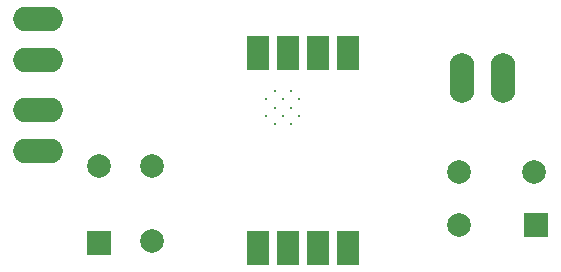
<source format=gbr>
%TF.GenerationSoftware,KiCad,Pcbnew,(6.0.2)*%
%TF.CreationDate,2022-04-12T11:14:46+02:00*%
%TF.ProjectId,pcb,7063622e-6b69-4636-9164-5f7063625858,rev?*%
%TF.SameCoordinates,Original*%
%TF.FileFunction,Soldermask,Bot*%
%TF.FilePolarity,Negative*%
%FSLAX46Y46*%
G04 Gerber Fmt 4.6, Leading zero omitted, Abs format (unit mm)*
G04 Created by KiCad (PCBNEW (6.0.2)) date 2022-04-12 11:14:46*
%MOMM*%
%LPD*%
G01*
G04 APERTURE LIST*
%ADD10C,0.300000*%
%ADD11O,4.200000X2.100000*%
%ADD12R,2.000000X2.000000*%
%ADD13C,2.000000*%
%ADD14O,2.100000X4.200000*%
%ADD15R,1.900000X3.000000*%
G04 APERTURE END LIST*
D10*
%TO.C,U1*%
X161207500Y-63828000D03*
X162607500Y-63828000D03*
X160507500Y-64528000D03*
X161907500Y-64528000D03*
X163307500Y-64528000D03*
X161207500Y-65228000D03*
X162607500Y-65228000D03*
X160507500Y-65928000D03*
X161907500Y-65928000D03*
X163307500Y-65928000D03*
X161207500Y-66628000D03*
X162607500Y-66628000D03*
%TD*%
D11*
%TO.C,U5*%
X141195000Y-68933000D03*
X141195000Y-65433000D03*
%TD*%
D12*
%TO.C,SW1*%
X146340000Y-76656000D03*
D13*
X146340000Y-70156000D03*
X150840000Y-76506000D03*
X150840000Y-70156000D03*
%TD*%
D14*
%TO.C,U4*%
X177066000Y-62709000D03*
X180566000Y-62709000D03*
%TD*%
D11*
%TO.C,U6*%
X141195000Y-61186000D03*
X141195000Y-57686000D03*
%TD*%
D12*
%TO.C,SW2*%
X183336000Y-75148000D03*
D13*
X176836000Y-75148000D03*
X183186000Y-70648000D03*
X176836000Y-70648000D03*
%TD*%
D15*
%TO.C,U2*%
X167386000Y-77089000D03*
X164846000Y-77089000D03*
X162306000Y-77089000D03*
X159766000Y-77089000D03*
X167386000Y-60579000D03*
X164846000Y-60579000D03*
X162306000Y-60579000D03*
X159766000Y-60579000D03*
%TD*%
M02*

</source>
